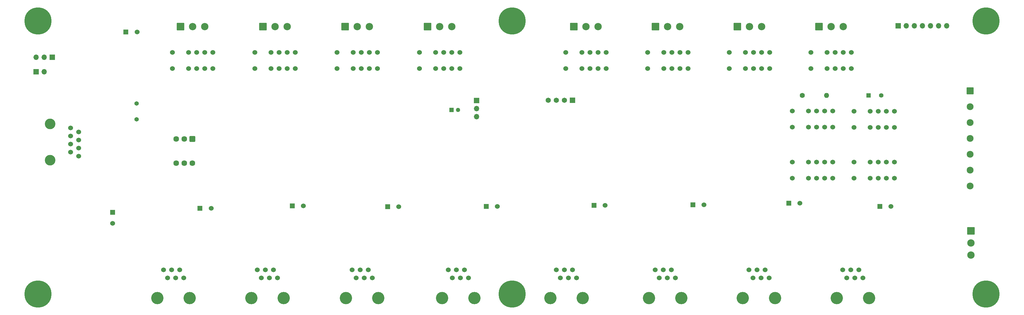
<source format=gbs>
G04 #@! TF.GenerationSoftware,KiCad,Pcbnew,7.0.7*
G04 #@! TF.CreationDate,2024-06-25T14:53:43-04:00*
G04 #@! TF.ProjectId,AOML_AB_3.0_reorganized-v3,414f4d4c-5f41-4425-9f33-2e305f72656f,3*
G04 #@! TF.SameCoordinates,Original*
G04 #@! TF.FileFunction,Soldermask,Bot*
G04 #@! TF.FilePolarity,Negative*
%FSLAX46Y46*%
G04 Gerber Fmt 4.6, Leading zero omitted, Abs format (unit mm)*
G04 Created by KiCad (PCBNEW 7.0.7) date 2024-06-25 14:53:43*
%MOMM*%
%LPD*%
G01*
G04 APERTURE LIST*
G04 Aperture macros list*
%AMRoundRect*
0 Rectangle with rounded corners*
0 $1 Rounding radius*
0 $2 $3 $4 $5 $6 $7 $8 $9 X,Y pos of 4 corners*
0 Add a 4 corners polygon primitive as box body*
4,1,4,$2,$3,$4,$5,$6,$7,$8,$9,$2,$3,0*
0 Add four circle primitives for the rounded corners*
1,1,$1+$1,$2,$3*
1,1,$1+$1,$4,$5*
1,1,$1+$1,$6,$7*
1,1,$1+$1,$8,$9*
0 Add four rect primitives between the rounded corners*
20,1,$1+$1,$2,$3,$4,$5,0*
20,1,$1+$1,$4,$5,$6,$7,0*
20,1,$1+$1,$6,$7,$8,$9,0*
20,1,$1+$1,$8,$9,$2,$3,0*%
G04 Aperture macros list end*
%ADD10RoundRect,0.102000X-1.050000X-1.050000X1.050000X-1.050000X1.050000X1.050000X-1.050000X1.050000X0*%
%ADD11C,2.304000*%
%ADD12C,1.524000*%
%ADD13RoundRect,0.102000X-0.975000X0.975000X-0.975000X-0.975000X0.975000X-0.975000X0.975000X0.975000X0*%
%ADD14C,2.154000*%
%ADD15C,8.500000*%
%ADD16R,1.524000X1.524000*%
%ADD17C,3.327400*%
%ADD18R,1.700000X1.700000*%
%ADD19O,1.700000X1.700000*%
%ADD20R,1.651000X1.651000*%
%ADD21C,1.651000*%
%ADD22C,1.600000*%
%ADD23O,1.600000X1.600000*%
%ADD24C,1.371600*%
%ADD25C,1.784000*%
%ADD26RoundRect,0.102000X0.790000X0.790000X-0.790000X0.790000X-0.790000X-0.790000X0.790000X-0.790000X0*%
%ADD27RoundRect,0.102000X-1.050000X1.050000X-1.050000X-1.050000X1.050000X-1.050000X1.050000X1.050000X0*%
%ADD28R,1.397000X1.397000*%
%ADD29C,1.397000*%
%ADD30R,1.320800X1.320800*%
%ADD31C,1.320800*%
%ADD32C,3.860800*%
G04 APERTURE END LIST*
D10*
X102827300Y-93750000D03*
D11*
X106637300Y-93750000D03*
X110447300Y-93750000D03*
D12*
X295050000Y-125400000D03*
X300130000Y-125400000D03*
X302670000Y-125400000D03*
X305210000Y-125400000D03*
X307750000Y-125400000D03*
X307750000Y-120320000D03*
X305210000Y-120320000D03*
X302670000Y-120320000D03*
X300130000Y-120320000D03*
X295050000Y-120320000D03*
D13*
X351000000Y-114000000D03*
D14*
X351000000Y-119000000D03*
X351000000Y-124000000D03*
X351000000Y-129000000D03*
X351000000Y-134000000D03*
X351000000Y-139000000D03*
X351000000Y-144000000D03*
D15*
X58000000Y-178000000D03*
D12*
X275256380Y-107000000D03*
X280336380Y-107000000D03*
X282876380Y-107000000D03*
X285416380Y-107000000D03*
X287956380Y-107000000D03*
X287956380Y-101920000D03*
X285416380Y-101920000D03*
X282876380Y-101920000D03*
X280336380Y-101920000D03*
X275256380Y-101920000D03*
X100300000Y-107000000D03*
X105380000Y-107000000D03*
X107920000Y-107000000D03*
X110460000Y-107000000D03*
X113000000Y-107000000D03*
X113000000Y-101920000D03*
X110460000Y-101920000D03*
X107920000Y-101920000D03*
X105380000Y-101920000D03*
X100300000Y-101920000D03*
D16*
X198914200Y-150425000D03*
D12*
X202419400Y-150425000D03*
D10*
X180447300Y-93750000D03*
D11*
X184257300Y-93750000D03*
X188067300Y-93750000D03*
D10*
X277783680Y-93750000D03*
D11*
X281593680Y-93750000D03*
X285403680Y-93750000D03*
D16*
X81497800Y-152234800D03*
D12*
X81497800Y-155740000D03*
D17*
X61869001Y-124389900D03*
X61869001Y-135819900D03*
D12*
X68229001Y-125659900D03*
X70769001Y-126929900D03*
X68229001Y-128199900D03*
X70769001Y-129469900D03*
X68229001Y-130739900D03*
X70769001Y-132009900D03*
X68229001Y-133279900D03*
X70769001Y-134549900D03*
D18*
X328400000Y-93475000D03*
D19*
X330940000Y-93475000D03*
X333480000Y-93475000D03*
X336020000Y-93475000D03*
X338560000Y-93475000D03*
X341100000Y-93475000D03*
X343640000Y-93475000D03*
D16*
X293976150Y-149425000D03*
D12*
X297481350Y-149425000D03*
X223923048Y-107000000D03*
X229003048Y-107000000D03*
X231543048Y-107000000D03*
X234083048Y-107000000D03*
X236623048Y-107000000D03*
X236623048Y-101920000D03*
X234083048Y-101920000D03*
X231543048Y-101920000D03*
X229003048Y-101920000D03*
X223923048Y-101920000D03*
D20*
X226000000Y-117000000D03*
D21*
X223460000Y-117000000D03*
X220920000Y-117000000D03*
X218380000Y-117000000D03*
D18*
X57460000Y-108000000D03*
D19*
X60000000Y-108000000D03*
D15*
X58000000Y-92000000D03*
X356000000Y-178000000D03*
D12*
X295050000Y-141480000D03*
X300130000Y-141480000D03*
X302670000Y-141480000D03*
X305210000Y-141480000D03*
X307750000Y-141480000D03*
X307750000Y-136400000D03*
X305210000Y-136400000D03*
X302670000Y-136400000D03*
X300130000Y-136400000D03*
X295050000Y-136400000D03*
D15*
X356000000Y-92000000D03*
X207000000Y-92000000D03*
D10*
X252117014Y-93750000D03*
D11*
X255927014Y-93750000D03*
X259737014Y-93750000D03*
D12*
X300923048Y-107000000D03*
X306003048Y-107000000D03*
X308543048Y-107000000D03*
X311083048Y-107000000D03*
X313623048Y-107000000D03*
X313623048Y-101920000D03*
X311083048Y-101920000D03*
X308543048Y-101920000D03*
X306003048Y-101920000D03*
X300923048Y-101920000D03*
D18*
X62480000Y-103400000D03*
D19*
X59940000Y-103400000D03*
X57400000Y-103400000D03*
D12*
X126173333Y-107000000D03*
X131253333Y-107000000D03*
X133793333Y-107000000D03*
X136333333Y-107000000D03*
X138873333Y-107000000D03*
X138873333Y-101920000D03*
X136333333Y-101920000D03*
X133793333Y-101920000D03*
X131253333Y-101920000D03*
X126173333Y-101920000D03*
X314501400Y-141480000D03*
X319581400Y-141480000D03*
X322121400Y-141480000D03*
X324661400Y-141480000D03*
X327201400Y-141480000D03*
X327201400Y-136400000D03*
X324661400Y-136400000D03*
X322121400Y-136400000D03*
X319581400Y-136400000D03*
X314501400Y-136400000D03*
D16*
X167914150Y-150500000D03*
D12*
X171419350Y-150500000D03*
X177920000Y-107000000D03*
X183000000Y-107000000D03*
X185540000Y-107000000D03*
X188080000Y-107000000D03*
X190620000Y-107000000D03*
X190620000Y-101920000D03*
X188080000Y-101920000D03*
X185540000Y-101920000D03*
X183000000Y-101920000D03*
X177920000Y-101920000D03*
D15*
X207000000Y-178000000D03*
D22*
X298240000Y-115400000D03*
D23*
X305860000Y-115400000D03*
D24*
X89000000Y-123000000D03*
X89000000Y-118000000D03*
D16*
X85664150Y-95500000D03*
D12*
X89169350Y-95500000D03*
X314501400Y-125480000D03*
X319581400Y-125480000D03*
X322121400Y-125480000D03*
X324661400Y-125480000D03*
X327201400Y-125480000D03*
X327201400Y-120400000D03*
X324661400Y-120400000D03*
X322121400Y-120400000D03*
X319581400Y-120400000D03*
X314501400Y-120400000D03*
D10*
X128700633Y-93750000D03*
D11*
X132510633Y-93750000D03*
X136320633Y-93750000D03*
D25*
X106540000Y-136810000D03*
X104000000Y-136810000D03*
X101460000Y-136810000D03*
X101460000Y-129190000D03*
X104000000Y-129190000D03*
D26*
X106540000Y-129190000D03*
D16*
X137914150Y-150275000D03*
D12*
X141419350Y-150275000D03*
D16*
X108932800Y-150975000D03*
D12*
X112438000Y-150975000D03*
D10*
X226450348Y-93750000D03*
D11*
X230260348Y-93750000D03*
X234070348Y-93750000D03*
D27*
X351250000Y-158090000D03*
D11*
X351250000Y-161900000D03*
X351250000Y-165710000D03*
D16*
X232757150Y-150050000D03*
D12*
X236262350Y-150050000D03*
D28*
X319081500Y-115400000D03*
D29*
X323018500Y-115400000D03*
D18*
X195900000Y-117075000D03*
D19*
X195900000Y-119615000D03*
X195900000Y-122155000D03*
D16*
X263828350Y-149925000D03*
D12*
X267333550Y-149925000D03*
X152046666Y-107000000D03*
X157126666Y-107000000D03*
X159666666Y-107000000D03*
X162206666Y-107000000D03*
X164746666Y-107000000D03*
X164746666Y-101920000D03*
X162206666Y-101920000D03*
X159666666Y-101920000D03*
X157126666Y-101920000D03*
X152046666Y-101920000D03*
D16*
X322579000Y-150425000D03*
D12*
X326084200Y-150425000D03*
X249589714Y-107000000D03*
X254669714Y-107000000D03*
X257209714Y-107000000D03*
X259749714Y-107000000D03*
X262289714Y-107000000D03*
X262289714Y-101920000D03*
X259749714Y-101920000D03*
X257209714Y-101920000D03*
X254669714Y-101920000D03*
X249589714Y-101920000D03*
D10*
X154573966Y-93750000D03*
D11*
X158383966Y-93750000D03*
X162193966Y-93750000D03*
D30*
X188000000Y-120000000D03*
D31*
X190000000Y-120000000D03*
D10*
X303450348Y-93750000D03*
D11*
X307260348Y-93750000D03*
X311070348Y-93750000D03*
D12*
X186960000Y-170360000D03*
X188230000Y-172900000D03*
X189500000Y-170360000D03*
X190770000Y-172900000D03*
X192040000Y-170360000D03*
X193310000Y-172900000D03*
D32*
X185055000Y-179250000D03*
X195215000Y-179250000D03*
D12*
X97460000Y-170360000D03*
X98730000Y-172900000D03*
X100000000Y-170360000D03*
X101270000Y-172900000D03*
X102540000Y-170360000D03*
X103810000Y-172900000D03*
D32*
X95555000Y-179250000D03*
X105715000Y-179250000D03*
D12*
X156710000Y-170360000D03*
X157980000Y-172900000D03*
X159250000Y-170360000D03*
X160520000Y-172900000D03*
X161790000Y-170360000D03*
X163060000Y-172900000D03*
D32*
X154805000Y-179250000D03*
X164965000Y-179250000D03*
D12*
X126960000Y-170360000D03*
X128230000Y-172900000D03*
X129500000Y-170360000D03*
X130770000Y-172900000D03*
X132040000Y-170360000D03*
X133310000Y-172900000D03*
D32*
X125055000Y-179250000D03*
X135215000Y-179250000D03*
D12*
X220960000Y-170360000D03*
X222230000Y-172900000D03*
X223500000Y-170360000D03*
X224770000Y-172900000D03*
X226040000Y-170360000D03*
X227310000Y-172900000D03*
D32*
X219055000Y-179250000D03*
X229215000Y-179250000D03*
D12*
X281460000Y-170360000D03*
X282730000Y-172900000D03*
X284000000Y-170360000D03*
X285270000Y-172900000D03*
X286540000Y-170360000D03*
X287810000Y-172900000D03*
D32*
X279555000Y-179250000D03*
X289715000Y-179250000D03*
D12*
X251960000Y-170360000D03*
X253230000Y-172900000D03*
X254500000Y-170360000D03*
X255770000Y-172900000D03*
X257040000Y-170360000D03*
X258310000Y-172900000D03*
D32*
X250055000Y-179250000D03*
X260215000Y-179250000D03*
D12*
X310960000Y-170360000D03*
X312230000Y-172900000D03*
X313500000Y-170360000D03*
X314770000Y-172900000D03*
X316040000Y-170360000D03*
X317310000Y-172900000D03*
D32*
X309055000Y-179250000D03*
X319215000Y-179250000D03*
M02*

</source>
